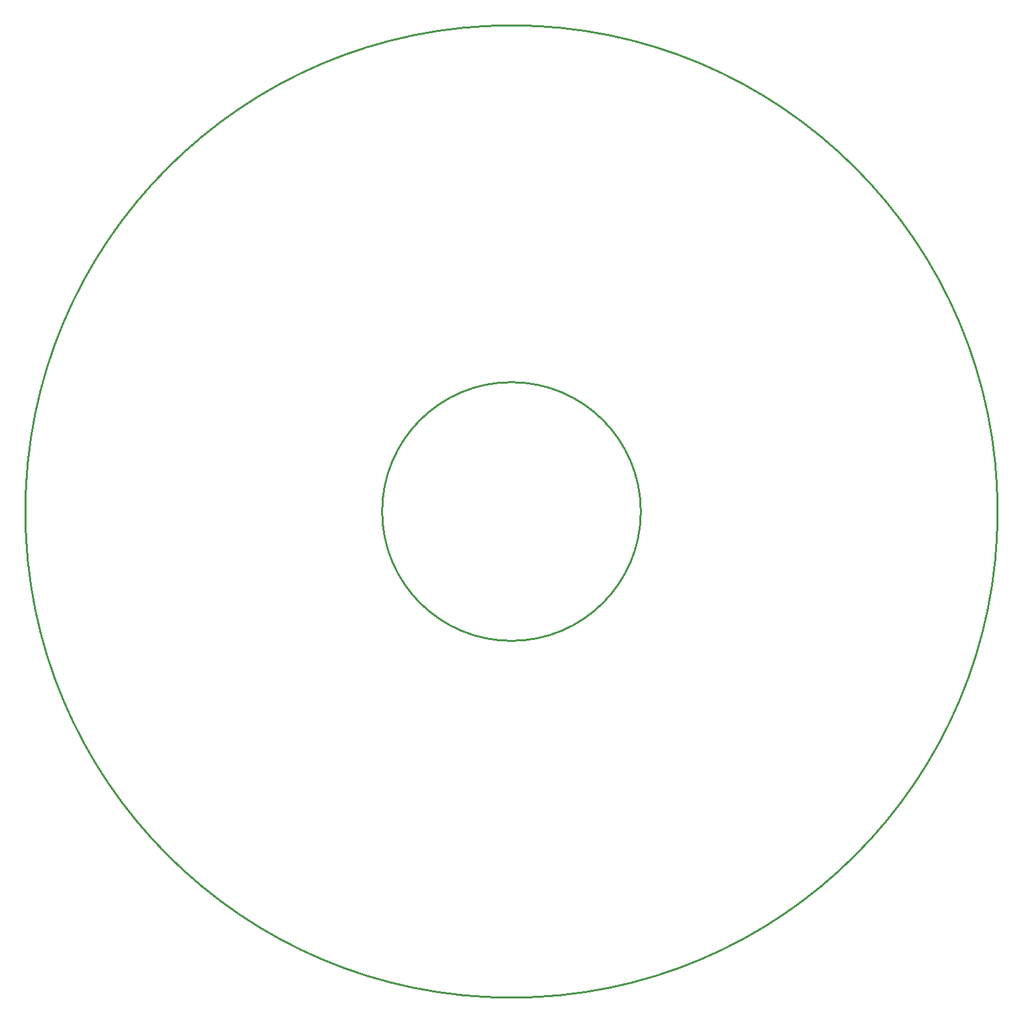
<source format=gbr>
%TF.GenerationSoftware,Altium Limited,Altium Designer,21.0.9 (235)*%
G04 Layer_Color=16777215*
%FSLAX45Y45*%
%MOMM*%
%TF.SameCoordinates,F7A25A3E-D5AF-42C8-93B9-E033C83BC228*%
%TF.FilePolarity,Positive*%
%TF.FileFunction,Other,Board_Shape*%
%TF.Part,Single*%
G01*
G75*
%TA.AperFunction,NonConductor*%
%ADD24C,0.25400*%
D24*
X1649371Y0D02*
G03*
X1649371Y0I-1649371J0D01*
G01*
X6200000D02*
G03*
X6200000Y0I-6200000J0D01*
G01*
%TF.MD5,afbdb985207e081c6f9687d85b582715*%
M02*

</source>
